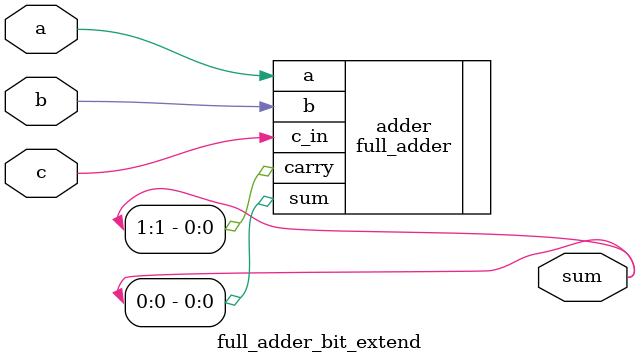
<source format=sv>

/*
* This Source Code Form is subject to the terms of the Mozilla Public
* License, v. 2.0. If a copy of the MPL was not distributed with this
* file, You can obtain one at https://mozilla.org/MPL/2.0/.
*/
`default_nettype none


/* svlint off keyword_forbidden_wire_reg */
module full_adder_bit_extend (
    input  wire       a,
    input  wire       b,
    input  wire       c,
    output wire [1:0] sum
);
  /* svlint on keyword_forbidden_wire_reg */

    full_adder adder(
        .a(a),
        .b(b),
        .c_in(c),
        .sum(sum[0]),
        .carry(sum[1])
    );


endmodule

`default_nettype wire

</source>
